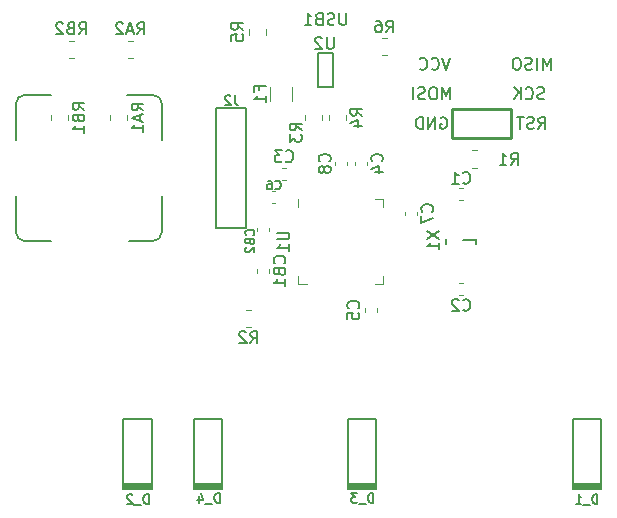
<source format=gbr>
%TF.GenerationSoftware,KiCad,Pcbnew,(5.1.9-1-g591a07d2d9)-1*%
%TF.CreationDate,2021-07-28T01:57:03-06:00*%
%TF.ProjectId,keyboard-layout,6b657962-6f61-4726-942d-6c61796f7574,rev?*%
%TF.SameCoordinates,Original*%
%TF.FileFunction,Legend,Bot*%
%TF.FilePolarity,Positive*%
%FSLAX46Y46*%
G04 Gerber Fmt 4.6, Leading zero omitted, Abs format (unit mm)*
G04 Created by KiCad (PCBNEW (5.1.9-1-g591a07d2d9)-1) date 2021-07-28 01:57:03*
%MOMM*%
%LPD*%
G01*
G04 APERTURE LIST*
%ADD10C,0.200000*%
%ADD11C,0.120000*%
%ADD12C,0.250000*%
%ADD13C,0.150000*%
G04 APERTURE END LIST*
D10*
%TO.C,D_3*%
X112175000Y-123700000D02*
X114575000Y-123700000D01*
X112175000Y-123600000D02*
X114575000Y-123600000D01*
X112175000Y-123500000D02*
X114575000Y-123500000D01*
X112175000Y-123300000D02*
X114575000Y-123300000D01*
X112175000Y-123400000D02*
X114575000Y-123400000D01*
X114575000Y-123700000D02*
X114575000Y-117800000D01*
X114575000Y-117800000D02*
X112175000Y-117800000D01*
X112175000Y-117800000D02*
X112175000Y-123700000D01*
D11*
%TO.C,C1*%
X121896267Y-98240000D02*
X121603733Y-98240000D01*
X121896267Y-99260000D02*
X121603733Y-99260000D01*
%TO.C,C2*%
X121603733Y-106240000D02*
X121896267Y-106240000D01*
X121603733Y-107260000D02*
X121896267Y-107260000D01*
%TO.C,C3*%
X106896267Y-97510000D02*
X106603733Y-97510000D01*
X106896267Y-96490000D02*
X106603733Y-96490000D01*
%TO.C,C4*%
X112740000Y-96283767D02*
X112740000Y-95991233D01*
X113760000Y-96283767D02*
X113760000Y-95991233D01*
%TO.C,C5*%
X113590000Y-108416233D02*
X113590000Y-108708767D01*
X114610000Y-108416233D02*
X114610000Y-108708767D01*
%TO.C,C6*%
X106008767Y-98490000D02*
X105716233Y-98490000D01*
X106008767Y-99510000D02*
X105716233Y-99510000D01*
%TO.C,C7*%
X118010000Y-100533767D02*
X118010000Y-100241233D01*
X116990000Y-100533767D02*
X116990000Y-100241233D01*
%TO.C,C8*%
X111045000Y-96283767D02*
X111045000Y-95991233D01*
X112065000Y-96283767D02*
X112065000Y-95991233D01*
%TO.C,CB1*%
X105510000Y-105396267D02*
X105510000Y-105103733D01*
X104490000Y-105396267D02*
X104490000Y-105103733D01*
%TO.C,CB2*%
X105510000Y-101603733D02*
X105510000Y-101896267D01*
X104490000Y-101603733D02*
X104490000Y-101896267D01*
D10*
%TO.C,D_2*%
X93137500Y-123700000D02*
X95537500Y-123700000D01*
X93137500Y-123600000D02*
X95537500Y-123600000D01*
X93137500Y-123500000D02*
X95537500Y-123500000D01*
X93137500Y-123300000D02*
X95537500Y-123300000D01*
X93137500Y-123400000D02*
X95537500Y-123400000D01*
X95537500Y-123700000D02*
X95537500Y-117800000D01*
X95537500Y-117800000D02*
X93137500Y-117800000D01*
X93137500Y-117800000D02*
X93137500Y-123700000D01*
%TO.C,D_4*%
X99137500Y-123700000D02*
X101537500Y-123700000D01*
X99137500Y-123600000D02*
X101537500Y-123600000D01*
X99137500Y-123500000D02*
X101537500Y-123500000D01*
X99137500Y-123300000D02*
X101537500Y-123300000D01*
X99137500Y-123400000D02*
X101537500Y-123400000D01*
X101537500Y-123700000D02*
X101537500Y-117800000D01*
X101537500Y-117800000D02*
X99137500Y-117800000D01*
X99137500Y-117800000D02*
X99137500Y-123700000D01*
D11*
%TO.C,F1*%
X107410000Y-90852064D02*
X107410000Y-89647936D01*
X105590000Y-90852064D02*
X105590000Y-89647936D01*
D12*
%TO.C,J1*%
X126000000Y-94000000D02*
X126000000Y-91500000D01*
X121000000Y-94000000D02*
X126000000Y-94000000D01*
X121000000Y-91500000D02*
X121000000Y-94000000D01*
X126000000Y-91500000D02*
X121000000Y-91500000D01*
D13*
%TO.C,J2*%
X100985000Y-101599500D02*
X100985000Y-91439500D01*
X103525000Y-101599500D02*
X103525000Y-91439500D01*
X103525000Y-91439500D02*
X100985000Y-91439500D01*
X100985000Y-101599500D02*
X103525000Y-101599500D01*
D11*
%TO.C,R1*%
X123127064Y-95015000D02*
X122672936Y-95015000D01*
X123127064Y-96485000D02*
X122672936Y-96485000D01*
%TO.C,R2*%
X103522936Y-108515000D02*
X103977064Y-108515000D01*
X103522936Y-109985000D02*
X103977064Y-109985000D01*
%TO.C,R3*%
X110015000Y-92477064D02*
X110015000Y-92022936D01*
X108545000Y-92477064D02*
X108545000Y-92022936D01*
%TO.C,R4*%
X112015000Y-92477064D02*
X112015000Y-92022936D01*
X110545000Y-92477064D02*
X110545000Y-92022936D01*
%TO.C,R5*%
X103765000Y-84772936D02*
X103765000Y-85227064D01*
X105235000Y-84772936D02*
X105235000Y-85227064D01*
%TO.C,R6*%
X115477064Y-86985000D02*
X115022936Y-86985000D01*
X115477064Y-85515000D02*
X115022936Y-85515000D01*
%TO.C,RA1*%
X92015000Y-92477064D02*
X92015000Y-92022936D01*
X93485000Y-92477064D02*
X93485000Y-92022936D01*
%TO.C,RA2*%
X93522936Y-85765000D02*
X93977064Y-85765000D01*
X93522936Y-87235000D02*
X93977064Y-87235000D01*
%TO.C,RB1*%
X88485000Y-92477064D02*
X88485000Y-92022936D01*
X87015000Y-92477064D02*
X87015000Y-92022936D01*
%TO.C,RB2*%
X88522936Y-85765000D02*
X88977064Y-85765000D01*
X88522936Y-87235000D02*
X88977064Y-87235000D01*
D13*
%TO.C,SW2*%
X84830000Y-90319500D02*
X87030000Y-90319500D01*
X95630000Y-90319500D02*
X93430000Y-90319500D01*
X96430000Y-91119500D02*
X96430000Y-94119500D01*
X84030000Y-91119500D02*
X84030000Y-94119500D01*
X84030000Y-98919500D02*
X84030000Y-101919500D01*
X84830000Y-102719500D02*
X87030000Y-102719500D01*
X96430000Y-98919500D02*
X96430000Y-101919500D01*
X95630000Y-102719500D02*
X93630000Y-102719500D01*
X96430000Y-101919500D02*
G75*
G02*
X95630000Y-102719500I-800000J0D01*
G01*
X84830000Y-102719500D02*
G75*
G02*
X84030000Y-101919500I0J800000D01*
G01*
X95630000Y-90319500D02*
G75*
G02*
X96430000Y-91119500I0J-800000D01*
G01*
X84030000Y-91119500D02*
G75*
G02*
X84830000Y-90319500I800000J0D01*
G01*
D11*
%TO.C,U1*%
X107945000Y-105635000D02*
X107945000Y-106360000D01*
X107945000Y-106360000D02*
X108670000Y-106360000D01*
X115165000Y-99865000D02*
X115165000Y-99140000D01*
X115165000Y-99140000D02*
X114440000Y-99140000D01*
X115165000Y-105635000D02*
X115165000Y-106360000D01*
X115165000Y-106360000D02*
X114440000Y-106360000D01*
X107945000Y-99865000D02*
X107945000Y-99140000D01*
D13*
%TO.C,U2*%
X110930000Y-89700000D02*
X109630000Y-89700000D01*
X110930000Y-86800000D02*
X110930000Y-89700000D01*
X109630000Y-86800000D02*
X110930000Y-86800000D01*
X109630000Y-86800000D02*
X109630000Y-89700000D01*
%TO.C,X1*%
X122950000Y-102650000D02*
X121950000Y-102650000D01*
X123050000Y-102550000D02*
X123050000Y-102950000D01*
X120450000Y-102550000D02*
X120450000Y-102950000D01*
D10*
%TO.C,D_1*%
X131225000Y-123700000D02*
X133625000Y-123700000D01*
X131225000Y-123600000D02*
X133625000Y-123600000D01*
X131225000Y-123500000D02*
X133625000Y-123500000D01*
X131225000Y-123300000D02*
X133625000Y-123300000D01*
X131225000Y-123400000D02*
X133625000Y-123400000D01*
X133625000Y-123700000D02*
X133625000Y-117800000D01*
X133625000Y-117800000D02*
X131225000Y-117800000D01*
X131225000Y-117800000D02*
X131225000Y-123700000D01*
%TO.C,D_3*%
D13*
X114295238Y-124861904D02*
X114295238Y-124061904D01*
X114104761Y-124061904D01*
X113990476Y-124100000D01*
X113914285Y-124176190D01*
X113876190Y-124252380D01*
X113838095Y-124404761D01*
X113838095Y-124519047D01*
X113876190Y-124671428D01*
X113914285Y-124747619D01*
X113990476Y-124823809D01*
X114104761Y-124861904D01*
X114295238Y-124861904D01*
X113685714Y-124938095D02*
X113076190Y-124938095D01*
X112961904Y-124061904D02*
X112466666Y-124061904D01*
X112733333Y-124366666D01*
X112619047Y-124366666D01*
X112542857Y-124404761D01*
X112504761Y-124442857D01*
X112466666Y-124519047D01*
X112466666Y-124709523D01*
X112504761Y-124785714D01*
X112542857Y-124823809D01*
X112619047Y-124861904D01*
X112847619Y-124861904D01*
X112923809Y-124823809D01*
X112961904Y-124785714D01*
%TO.C,C1*%
X121916666Y-97757142D02*
X121964285Y-97804761D01*
X122107142Y-97852380D01*
X122202380Y-97852380D01*
X122345238Y-97804761D01*
X122440476Y-97709523D01*
X122488095Y-97614285D01*
X122535714Y-97423809D01*
X122535714Y-97280952D01*
X122488095Y-97090476D01*
X122440476Y-96995238D01*
X122345238Y-96900000D01*
X122202380Y-96852380D01*
X122107142Y-96852380D01*
X121964285Y-96900000D01*
X121916666Y-96947619D01*
X120964285Y-97852380D02*
X121535714Y-97852380D01*
X121250000Y-97852380D02*
X121250000Y-96852380D01*
X121345238Y-96995238D01*
X121440476Y-97090476D01*
X121535714Y-97138095D01*
%TO.C,C2*%
X121916666Y-108537142D02*
X121964285Y-108584761D01*
X122107142Y-108632380D01*
X122202380Y-108632380D01*
X122345238Y-108584761D01*
X122440476Y-108489523D01*
X122488095Y-108394285D01*
X122535714Y-108203809D01*
X122535714Y-108060952D01*
X122488095Y-107870476D01*
X122440476Y-107775238D01*
X122345238Y-107680000D01*
X122202380Y-107632380D01*
X122107142Y-107632380D01*
X121964285Y-107680000D01*
X121916666Y-107727619D01*
X121535714Y-107727619D02*
X121488095Y-107680000D01*
X121392857Y-107632380D01*
X121154761Y-107632380D01*
X121059523Y-107680000D01*
X121011904Y-107727619D01*
X120964285Y-107822857D01*
X120964285Y-107918095D01*
X121011904Y-108060952D01*
X121583333Y-108632380D01*
X120964285Y-108632380D01*
%TO.C,C3*%
X106916666Y-95927142D02*
X106964285Y-95974761D01*
X107107142Y-96022380D01*
X107202380Y-96022380D01*
X107345238Y-95974761D01*
X107440476Y-95879523D01*
X107488095Y-95784285D01*
X107535714Y-95593809D01*
X107535714Y-95450952D01*
X107488095Y-95260476D01*
X107440476Y-95165238D01*
X107345238Y-95070000D01*
X107202380Y-95022380D01*
X107107142Y-95022380D01*
X106964285Y-95070000D01*
X106916666Y-95117619D01*
X106583333Y-95022380D02*
X105964285Y-95022380D01*
X106297619Y-95403333D01*
X106154761Y-95403333D01*
X106059523Y-95450952D01*
X106011904Y-95498571D01*
X105964285Y-95593809D01*
X105964285Y-95831904D01*
X106011904Y-95927142D01*
X106059523Y-95974761D01*
X106154761Y-96022380D01*
X106440476Y-96022380D01*
X106535714Y-95974761D01*
X106583333Y-95927142D01*
%TO.C,C4*%
X115037142Y-95970833D02*
X115084761Y-95923214D01*
X115132380Y-95780357D01*
X115132380Y-95685119D01*
X115084761Y-95542261D01*
X114989523Y-95447023D01*
X114894285Y-95399404D01*
X114703809Y-95351785D01*
X114560952Y-95351785D01*
X114370476Y-95399404D01*
X114275238Y-95447023D01*
X114180000Y-95542261D01*
X114132380Y-95685119D01*
X114132380Y-95780357D01*
X114180000Y-95923214D01*
X114227619Y-95970833D01*
X114465714Y-96827976D02*
X115132380Y-96827976D01*
X114084761Y-96589880D02*
X114799047Y-96351785D01*
X114799047Y-96970833D01*
%TO.C,C5*%
X113027142Y-108395833D02*
X113074761Y-108348214D01*
X113122380Y-108205357D01*
X113122380Y-108110119D01*
X113074761Y-107967261D01*
X112979523Y-107872023D01*
X112884285Y-107824404D01*
X112693809Y-107776785D01*
X112550952Y-107776785D01*
X112360476Y-107824404D01*
X112265238Y-107872023D01*
X112170000Y-107967261D01*
X112122380Y-108110119D01*
X112122380Y-108205357D01*
X112170000Y-108348214D01*
X112217619Y-108395833D01*
X112122380Y-109300595D02*
X112122380Y-108824404D01*
X112598571Y-108776785D01*
X112550952Y-108824404D01*
X112503333Y-108919642D01*
X112503333Y-109157738D01*
X112550952Y-109252976D01*
X112598571Y-109300595D01*
X112693809Y-109348214D01*
X112931904Y-109348214D01*
X113027142Y-109300595D01*
X113074761Y-109252976D01*
X113122380Y-109157738D01*
X113122380Y-108919642D01*
X113074761Y-108824404D01*
X113027142Y-108776785D01*
%TO.C,C6*%
X106025000Y-98267857D02*
X106060714Y-98303571D01*
X106167857Y-98339285D01*
X106239285Y-98339285D01*
X106346428Y-98303571D01*
X106417857Y-98232142D01*
X106453571Y-98160714D01*
X106489285Y-98017857D01*
X106489285Y-97910714D01*
X106453571Y-97767857D01*
X106417857Y-97696428D01*
X106346428Y-97625000D01*
X106239285Y-97589285D01*
X106167857Y-97589285D01*
X106060714Y-97625000D01*
X106025000Y-97660714D01*
X105382142Y-97589285D02*
X105525000Y-97589285D01*
X105596428Y-97625000D01*
X105632142Y-97660714D01*
X105703571Y-97767857D01*
X105739285Y-97910714D01*
X105739285Y-98196428D01*
X105703571Y-98267857D01*
X105667857Y-98303571D01*
X105596428Y-98339285D01*
X105453571Y-98339285D01*
X105382142Y-98303571D01*
X105346428Y-98267857D01*
X105310714Y-98196428D01*
X105310714Y-98017857D01*
X105346428Y-97946428D01*
X105382142Y-97910714D01*
X105453571Y-97875000D01*
X105596428Y-97875000D01*
X105667857Y-97910714D01*
X105703571Y-97946428D01*
X105739285Y-98017857D01*
%TO.C,C7*%
X119287142Y-100220833D02*
X119334761Y-100173214D01*
X119382380Y-100030357D01*
X119382380Y-99935119D01*
X119334761Y-99792261D01*
X119239523Y-99697023D01*
X119144285Y-99649404D01*
X118953809Y-99601785D01*
X118810952Y-99601785D01*
X118620476Y-99649404D01*
X118525238Y-99697023D01*
X118430000Y-99792261D01*
X118382380Y-99935119D01*
X118382380Y-100030357D01*
X118430000Y-100173214D01*
X118477619Y-100220833D01*
X118382380Y-100554166D02*
X118382380Y-101220833D01*
X119382380Y-100792261D01*
%TO.C,C8*%
X110607142Y-95970833D02*
X110654761Y-95923214D01*
X110702380Y-95780357D01*
X110702380Y-95685119D01*
X110654761Y-95542261D01*
X110559523Y-95447023D01*
X110464285Y-95399404D01*
X110273809Y-95351785D01*
X110130952Y-95351785D01*
X109940476Y-95399404D01*
X109845238Y-95447023D01*
X109750000Y-95542261D01*
X109702380Y-95685119D01*
X109702380Y-95780357D01*
X109750000Y-95923214D01*
X109797619Y-95970833D01*
X110130952Y-96542261D02*
X110083333Y-96447023D01*
X110035714Y-96399404D01*
X109940476Y-96351785D01*
X109892857Y-96351785D01*
X109797619Y-96399404D01*
X109750000Y-96447023D01*
X109702380Y-96542261D01*
X109702380Y-96732738D01*
X109750000Y-96827976D01*
X109797619Y-96875595D01*
X109892857Y-96923214D01*
X109940476Y-96923214D01*
X110035714Y-96875595D01*
X110083333Y-96827976D01*
X110130952Y-96732738D01*
X110130952Y-96542261D01*
X110178571Y-96447023D01*
X110226190Y-96399404D01*
X110321428Y-96351785D01*
X110511904Y-96351785D01*
X110607142Y-96399404D01*
X110654761Y-96447023D01*
X110702380Y-96542261D01*
X110702380Y-96732738D01*
X110654761Y-96827976D01*
X110607142Y-96875595D01*
X110511904Y-96923214D01*
X110321428Y-96923214D01*
X110226190Y-96875595D01*
X110178571Y-96827976D01*
X110130952Y-96732738D01*
%TO.C,CB1*%
X106787142Y-104583333D02*
X106834761Y-104535714D01*
X106882380Y-104392857D01*
X106882380Y-104297619D01*
X106834761Y-104154761D01*
X106739523Y-104059523D01*
X106644285Y-104011904D01*
X106453809Y-103964285D01*
X106310952Y-103964285D01*
X106120476Y-104011904D01*
X106025238Y-104059523D01*
X105930000Y-104154761D01*
X105882380Y-104297619D01*
X105882380Y-104392857D01*
X105930000Y-104535714D01*
X105977619Y-104583333D01*
X106358571Y-105345238D02*
X106406190Y-105488095D01*
X106453809Y-105535714D01*
X106549047Y-105583333D01*
X106691904Y-105583333D01*
X106787142Y-105535714D01*
X106834761Y-105488095D01*
X106882380Y-105392857D01*
X106882380Y-105011904D01*
X105882380Y-105011904D01*
X105882380Y-105345238D01*
X105930000Y-105440476D01*
X105977619Y-105488095D01*
X106072857Y-105535714D01*
X106168095Y-105535714D01*
X106263333Y-105488095D01*
X106310952Y-105440476D01*
X106358571Y-105345238D01*
X106358571Y-105011904D01*
X106882380Y-106535714D02*
X106882380Y-105964285D01*
X106882380Y-106250000D02*
X105882380Y-106250000D01*
X106025238Y-106154761D01*
X106120476Y-106059523D01*
X106168095Y-105964285D01*
%TO.C,CB2*%
X104167857Y-102200000D02*
X104203571Y-102164285D01*
X104239285Y-102057142D01*
X104239285Y-101985714D01*
X104203571Y-101878571D01*
X104132142Y-101807142D01*
X104060714Y-101771428D01*
X103917857Y-101735714D01*
X103810714Y-101735714D01*
X103667857Y-101771428D01*
X103596428Y-101807142D01*
X103525000Y-101878571D01*
X103489285Y-101985714D01*
X103489285Y-102057142D01*
X103525000Y-102164285D01*
X103560714Y-102200000D01*
X103846428Y-102771428D02*
X103882142Y-102878571D01*
X103917857Y-102914285D01*
X103989285Y-102950000D01*
X104096428Y-102950000D01*
X104167857Y-102914285D01*
X104203571Y-102878571D01*
X104239285Y-102807142D01*
X104239285Y-102521428D01*
X103489285Y-102521428D01*
X103489285Y-102771428D01*
X103525000Y-102842857D01*
X103560714Y-102878571D01*
X103632142Y-102914285D01*
X103703571Y-102914285D01*
X103775000Y-102878571D01*
X103810714Y-102842857D01*
X103846428Y-102771428D01*
X103846428Y-102521428D01*
X103560714Y-103235714D02*
X103525000Y-103271428D01*
X103489285Y-103342857D01*
X103489285Y-103521428D01*
X103525000Y-103592857D01*
X103560714Y-103628571D01*
X103632142Y-103664285D01*
X103703571Y-103664285D01*
X103810714Y-103628571D01*
X104239285Y-103200000D01*
X104239285Y-103664285D01*
%TO.C,D_2*%
X95295238Y-124961904D02*
X95295238Y-124161904D01*
X95104761Y-124161904D01*
X94990476Y-124200000D01*
X94914285Y-124276190D01*
X94876190Y-124352380D01*
X94838095Y-124504761D01*
X94838095Y-124619047D01*
X94876190Y-124771428D01*
X94914285Y-124847619D01*
X94990476Y-124923809D01*
X95104761Y-124961904D01*
X95295238Y-124961904D01*
X94685714Y-125038095D02*
X94076190Y-125038095D01*
X93923809Y-124238095D02*
X93885714Y-124200000D01*
X93809523Y-124161904D01*
X93619047Y-124161904D01*
X93542857Y-124200000D01*
X93504761Y-124238095D01*
X93466666Y-124314285D01*
X93466666Y-124390476D01*
X93504761Y-124504761D01*
X93961904Y-124961904D01*
X93466666Y-124961904D01*
%TO.C,D_4*%
X101295238Y-124861904D02*
X101295238Y-124061904D01*
X101104761Y-124061904D01*
X100990476Y-124100000D01*
X100914285Y-124176190D01*
X100876190Y-124252380D01*
X100838095Y-124404761D01*
X100838095Y-124519047D01*
X100876190Y-124671428D01*
X100914285Y-124747619D01*
X100990476Y-124823809D01*
X101104761Y-124861904D01*
X101295238Y-124861904D01*
X100685714Y-124938095D02*
X100076190Y-124938095D01*
X99542857Y-124328571D02*
X99542857Y-124861904D01*
X99733333Y-124023809D02*
X99923809Y-124595238D01*
X99428571Y-124595238D01*
%TO.C,F1*%
X104678571Y-89916666D02*
X104678571Y-89583333D01*
X105202380Y-89583333D02*
X104202380Y-89583333D01*
X104202380Y-90059523D01*
X105202380Y-90964285D02*
X105202380Y-90392857D01*
X105202380Y-90678571D02*
X104202380Y-90678571D01*
X104345238Y-90583333D01*
X104440476Y-90488095D01*
X104488095Y-90392857D01*
%TO.C,J1*%
X120011904Y-92250000D02*
X120107142Y-92202380D01*
X120250000Y-92202380D01*
X120392857Y-92250000D01*
X120488095Y-92345238D01*
X120535714Y-92440476D01*
X120583333Y-92630952D01*
X120583333Y-92773809D01*
X120535714Y-92964285D01*
X120488095Y-93059523D01*
X120392857Y-93154761D01*
X120250000Y-93202380D01*
X120154761Y-93202380D01*
X120011904Y-93154761D01*
X119964285Y-93107142D01*
X119964285Y-92773809D01*
X120154761Y-92773809D01*
X119535714Y-93202380D02*
X119535714Y-92202380D01*
X118964285Y-93202380D01*
X118964285Y-92202380D01*
X118488095Y-93202380D02*
X118488095Y-92202380D01*
X118250000Y-92202380D01*
X118107142Y-92250000D01*
X118011904Y-92345238D01*
X117964285Y-92440476D01*
X117916666Y-92630952D01*
X117916666Y-92773809D01*
X117964285Y-92964285D01*
X118011904Y-93059523D01*
X118107142Y-93154761D01*
X118250000Y-93202380D01*
X118488095Y-93202380D01*
X128297619Y-93202380D02*
X128630952Y-92726190D01*
X128869047Y-93202380D02*
X128869047Y-92202380D01*
X128488095Y-92202380D01*
X128392857Y-92250000D01*
X128345238Y-92297619D01*
X128297619Y-92392857D01*
X128297619Y-92535714D01*
X128345238Y-92630952D01*
X128392857Y-92678571D01*
X128488095Y-92726190D01*
X128869047Y-92726190D01*
X127916666Y-93154761D02*
X127773809Y-93202380D01*
X127535714Y-93202380D01*
X127440476Y-93154761D01*
X127392857Y-93107142D01*
X127345238Y-93011904D01*
X127345238Y-92916666D01*
X127392857Y-92821428D01*
X127440476Y-92773809D01*
X127535714Y-92726190D01*
X127726190Y-92678571D01*
X127821428Y-92630952D01*
X127869047Y-92583333D01*
X127916666Y-92488095D01*
X127916666Y-92392857D01*
X127869047Y-92297619D01*
X127821428Y-92250000D01*
X127726190Y-92202380D01*
X127488095Y-92202380D01*
X127345238Y-92250000D01*
X127059523Y-92202380D02*
X126488095Y-92202380D01*
X126773809Y-93202380D02*
X126773809Y-92202380D01*
X120821428Y-90702380D02*
X120821428Y-89702380D01*
X120488095Y-90416666D01*
X120154761Y-89702380D01*
X120154761Y-90702380D01*
X119488095Y-89702380D02*
X119297619Y-89702380D01*
X119202380Y-89750000D01*
X119107142Y-89845238D01*
X119059523Y-90035714D01*
X119059523Y-90369047D01*
X119107142Y-90559523D01*
X119202380Y-90654761D01*
X119297619Y-90702380D01*
X119488095Y-90702380D01*
X119583333Y-90654761D01*
X119678571Y-90559523D01*
X119726190Y-90369047D01*
X119726190Y-90035714D01*
X119678571Y-89845238D01*
X119583333Y-89750000D01*
X119488095Y-89702380D01*
X118678571Y-90654761D02*
X118535714Y-90702380D01*
X118297619Y-90702380D01*
X118202380Y-90654761D01*
X118154761Y-90607142D01*
X118107142Y-90511904D01*
X118107142Y-90416666D01*
X118154761Y-90321428D01*
X118202380Y-90273809D01*
X118297619Y-90226190D01*
X118488095Y-90178571D01*
X118583333Y-90130952D01*
X118630952Y-90083333D01*
X118678571Y-89988095D01*
X118678571Y-89892857D01*
X118630952Y-89797619D01*
X118583333Y-89750000D01*
X118488095Y-89702380D01*
X118250000Y-89702380D01*
X118107142Y-89750000D01*
X117678571Y-90702380D02*
X117678571Y-89702380D01*
X128785714Y-90654761D02*
X128642857Y-90702380D01*
X128404761Y-90702380D01*
X128309523Y-90654761D01*
X128261904Y-90607142D01*
X128214285Y-90511904D01*
X128214285Y-90416666D01*
X128261904Y-90321428D01*
X128309523Y-90273809D01*
X128404761Y-90226190D01*
X128595238Y-90178571D01*
X128690476Y-90130952D01*
X128738095Y-90083333D01*
X128785714Y-89988095D01*
X128785714Y-89892857D01*
X128738095Y-89797619D01*
X128690476Y-89750000D01*
X128595238Y-89702380D01*
X128357142Y-89702380D01*
X128214285Y-89750000D01*
X127214285Y-90607142D02*
X127261904Y-90654761D01*
X127404761Y-90702380D01*
X127500000Y-90702380D01*
X127642857Y-90654761D01*
X127738095Y-90559523D01*
X127785714Y-90464285D01*
X127833333Y-90273809D01*
X127833333Y-90130952D01*
X127785714Y-89940476D01*
X127738095Y-89845238D01*
X127642857Y-89750000D01*
X127500000Y-89702380D01*
X127404761Y-89702380D01*
X127261904Y-89750000D01*
X127214285Y-89797619D01*
X126785714Y-90702380D02*
X126785714Y-89702380D01*
X126214285Y-90702380D02*
X126642857Y-90130952D01*
X126214285Y-89702380D02*
X126785714Y-90273809D01*
X120833333Y-87202380D02*
X120500000Y-88202380D01*
X120166666Y-87202380D01*
X119261904Y-88107142D02*
X119309523Y-88154761D01*
X119452380Y-88202380D01*
X119547619Y-88202380D01*
X119690476Y-88154761D01*
X119785714Y-88059523D01*
X119833333Y-87964285D01*
X119880952Y-87773809D01*
X119880952Y-87630952D01*
X119833333Y-87440476D01*
X119785714Y-87345238D01*
X119690476Y-87250000D01*
X119547619Y-87202380D01*
X119452380Y-87202380D01*
X119309523Y-87250000D01*
X119261904Y-87297619D01*
X118261904Y-88107142D02*
X118309523Y-88154761D01*
X118452380Y-88202380D01*
X118547619Y-88202380D01*
X118690476Y-88154761D01*
X118785714Y-88059523D01*
X118833333Y-87964285D01*
X118880952Y-87773809D01*
X118880952Y-87630952D01*
X118833333Y-87440476D01*
X118785714Y-87345238D01*
X118690476Y-87250000D01*
X118547619Y-87202380D01*
X118452380Y-87202380D01*
X118309523Y-87250000D01*
X118261904Y-87297619D01*
X129321428Y-88202380D02*
X129321428Y-87202380D01*
X128988095Y-87916666D01*
X128654761Y-87202380D01*
X128654761Y-88202380D01*
X128178571Y-88202380D02*
X128178571Y-87202380D01*
X127750000Y-88154761D02*
X127607142Y-88202380D01*
X127369047Y-88202380D01*
X127273809Y-88154761D01*
X127226190Y-88107142D01*
X127178571Y-88011904D01*
X127178571Y-87916666D01*
X127226190Y-87821428D01*
X127273809Y-87773809D01*
X127369047Y-87726190D01*
X127559523Y-87678571D01*
X127654761Y-87630952D01*
X127702380Y-87583333D01*
X127750000Y-87488095D01*
X127750000Y-87392857D01*
X127702380Y-87297619D01*
X127654761Y-87250000D01*
X127559523Y-87202380D01*
X127321428Y-87202380D01*
X127178571Y-87250000D01*
X126559523Y-87202380D02*
X126369047Y-87202380D01*
X126273809Y-87250000D01*
X126178571Y-87345238D01*
X126130952Y-87535714D01*
X126130952Y-87869047D01*
X126178571Y-88059523D01*
X126273809Y-88154761D01*
X126369047Y-88202380D01*
X126559523Y-88202380D01*
X126654761Y-88154761D01*
X126750000Y-88059523D01*
X126797619Y-87869047D01*
X126797619Y-87535714D01*
X126750000Y-87345238D01*
X126654761Y-87250000D01*
X126559523Y-87202380D01*
%TO.C,J2*%
X102570933Y-90354895D02*
X102570933Y-90935466D01*
X102609638Y-91051580D01*
X102687047Y-91128990D01*
X102803161Y-91167695D01*
X102880571Y-91167695D01*
X102222590Y-90432304D02*
X102183885Y-90393600D01*
X102106476Y-90354895D01*
X101912952Y-90354895D01*
X101835542Y-90393600D01*
X101796838Y-90432304D01*
X101758133Y-90509714D01*
X101758133Y-90587123D01*
X101796838Y-90703238D01*
X102261295Y-91167695D01*
X101758133Y-91167695D01*
%TO.C,R1*%
X125966666Y-96252380D02*
X126300000Y-95776190D01*
X126538095Y-96252380D02*
X126538095Y-95252380D01*
X126157142Y-95252380D01*
X126061904Y-95300000D01*
X126014285Y-95347619D01*
X125966666Y-95442857D01*
X125966666Y-95585714D01*
X126014285Y-95680952D01*
X126061904Y-95728571D01*
X126157142Y-95776190D01*
X126538095Y-95776190D01*
X125014285Y-96252380D02*
X125585714Y-96252380D01*
X125300000Y-96252380D02*
X125300000Y-95252380D01*
X125395238Y-95395238D01*
X125490476Y-95490476D01*
X125585714Y-95538095D01*
%TO.C,R2*%
X103916666Y-111352380D02*
X104250000Y-110876190D01*
X104488095Y-111352380D02*
X104488095Y-110352380D01*
X104107142Y-110352380D01*
X104011904Y-110400000D01*
X103964285Y-110447619D01*
X103916666Y-110542857D01*
X103916666Y-110685714D01*
X103964285Y-110780952D01*
X104011904Y-110828571D01*
X104107142Y-110876190D01*
X104488095Y-110876190D01*
X103535714Y-110447619D02*
X103488095Y-110400000D01*
X103392857Y-110352380D01*
X103154761Y-110352380D01*
X103059523Y-110400000D01*
X103011904Y-110447619D01*
X102964285Y-110542857D01*
X102964285Y-110638095D01*
X103011904Y-110780952D01*
X103583333Y-111352380D01*
X102964285Y-111352380D01*
%TO.C,R3*%
X108252380Y-93333333D02*
X107776190Y-93000000D01*
X108252380Y-92761904D02*
X107252380Y-92761904D01*
X107252380Y-93142857D01*
X107300000Y-93238095D01*
X107347619Y-93285714D01*
X107442857Y-93333333D01*
X107585714Y-93333333D01*
X107680952Y-93285714D01*
X107728571Y-93238095D01*
X107776190Y-93142857D01*
X107776190Y-92761904D01*
X107252380Y-93666666D02*
X107252380Y-94285714D01*
X107633333Y-93952380D01*
X107633333Y-94095238D01*
X107680952Y-94190476D01*
X107728571Y-94238095D01*
X107823809Y-94285714D01*
X108061904Y-94285714D01*
X108157142Y-94238095D01*
X108204761Y-94190476D01*
X108252380Y-94095238D01*
X108252380Y-93809523D01*
X108204761Y-93714285D01*
X108157142Y-93666666D01*
%TO.C,R4*%
X113382380Y-92083333D02*
X112906190Y-91750000D01*
X113382380Y-91511904D02*
X112382380Y-91511904D01*
X112382380Y-91892857D01*
X112430000Y-91988095D01*
X112477619Y-92035714D01*
X112572857Y-92083333D01*
X112715714Y-92083333D01*
X112810952Y-92035714D01*
X112858571Y-91988095D01*
X112906190Y-91892857D01*
X112906190Y-91511904D01*
X112715714Y-92940476D02*
X113382380Y-92940476D01*
X112334761Y-92702380D02*
X113049047Y-92464285D01*
X113049047Y-93083333D01*
%TO.C,R5*%
X103302380Y-84833333D02*
X102826190Y-84500000D01*
X103302380Y-84261904D02*
X102302380Y-84261904D01*
X102302380Y-84642857D01*
X102350000Y-84738095D01*
X102397619Y-84785714D01*
X102492857Y-84833333D01*
X102635714Y-84833333D01*
X102730952Y-84785714D01*
X102778571Y-84738095D01*
X102826190Y-84642857D01*
X102826190Y-84261904D01*
X102302380Y-85738095D02*
X102302380Y-85261904D01*
X102778571Y-85214285D01*
X102730952Y-85261904D01*
X102683333Y-85357142D01*
X102683333Y-85595238D01*
X102730952Y-85690476D01*
X102778571Y-85738095D01*
X102873809Y-85785714D01*
X103111904Y-85785714D01*
X103207142Y-85738095D01*
X103254761Y-85690476D01*
X103302380Y-85595238D01*
X103302380Y-85357142D01*
X103254761Y-85261904D01*
X103207142Y-85214285D01*
%TO.C,R6*%
X115416666Y-85052380D02*
X115750000Y-84576190D01*
X115988095Y-85052380D02*
X115988095Y-84052380D01*
X115607142Y-84052380D01*
X115511904Y-84100000D01*
X115464285Y-84147619D01*
X115416666Y-84242857D01*
X115416666Y-84385714D01*
X115464285Y-84480952D01*
X115511904Y-84528571D01*
X115607142Y-84576190D01*
X115988095Y-84576190D01*
X114559523Y-84052380D02*
X114750000Y-84052380D01*
X114845238Y-84100000D01*
X114892857Y-84147619D01*
X114988095Y-84290476D01*
X115035714Y-84480952D01*
X115035714Y-84861904D01*
X114988095Y-84957142D01*
X114940476Y-85004761D01*
X114845238Y-85052380D01*
X114654761Y-85052380D01*
X114559523Y-85004761D01*
X114511904Y-84957142D01*
X114464285Y-84861904D01*
X114464285Y-84623809D01*
X114511904Y-84528571D01*
X114559523Y-84480952D01*
X114654761Y-84433333D01*
X114845238Y-84433333D01*
X114940476Y-84480952D01*
X114988095Y-84528571D01*
X115035714Y-84623809D01*
%TO.C,RA1*%
X94852380Y-91654761D02*
X94376190Y-91321428D01*
X94852380Y-91083333D02*
X93852380Y-91083333D01*
X93852380Y-91464285D01*
X93900000Y-91559523D01*
X93947619Y-91607142D01*
X94042857Y-91654761D01*
X94185714Y-91654761D01*
X94280952Y-91607142D01*
X94328571Y-91559523D01*
X94376190Y-91464285D01*
X94376190Y-91083333D01*
X94566666Y-92035714D02*
X94566666Y-92511904D01*
X94852380Y-91940476D02*
X93852380Y-92273809D01*
X94852380Y-92607142D01*
X94852380Y-93464285D02*
X94852380Y-92892857D01*
X94852380Y-93178571D02*
X93852380Y-93178571D01*
X93995238Y-93083333D01*
X94090476Y-92988095D01*
X94138095Y-92892857D01*
%TO.C,RA2*%
X94345238Y-85202380D02*
X94678571Y-84726190D01*
X94916666Y-85202380D02*
X94916666Y-84202380D01*
X94535714Y-84202380D01*
X94440476Y-84250000D01*
X94392857Y-84297619D01*
X94345238Y-84392857D01*
X94345238Y-84535714D01*
X94392857Y-84630952D01*
X94440476Y-84678571D01*
X94535714Y-84726190D01*
X94916666Y-84726190D01*
X93964285Y-84916666D02*
X93488095Y-84916666D01*
X94059523Y-85202380D02*
X93726190Y-84202380D01*
X93392857Y-85202380D01*
X93107142Y-84297619D02*
X93059523Y-84250000D01*
X92964285Y-84202380D01*
X92726190Y-84202380D01*
X92630952Y-84250000D01*
X92583333Y-84297619D01*
X92535714Y-84392857D01*
X92535714Y-84488095D01*
X92583333Y-84630952D01*
X93154761Y-85202380D01*
X92535714Y-85202380D01*
%TO.C,RB1*%
X89852380Y-91583333D02*
X89376190Y-91250000D01*
X89852380Y-91011904D02*
X88852380Y-91011904D01*
X88852380Y-91392857D01*
X88900000Y-91488095D01*
X88947619Y-91535714D01*
X89042857Y-91583333D01*
X89185714Y-91583333D01*
X89280952Y-91535714D01*
X89328571Y-91488095D01*
X89376190Y-91392857D01*
X89376190Y-91011904D01*
X89328571Y-92345238D02*
X89376190Y-92488095D01*
X89423809Y-92535714D01*
X89519047Y-92583333D01*
X89661904Y-92583333D01*
X89757142Y-92535714D01*
X89804761Y-92488095D01*
X89852380Y-92392857D01*
X89852380Y-92011904D01*
X88852380Y-92011904D01*
X88852380Y-92345238D01*
X88900000Y-92440476D01*
X88947619Y-92488095D01*
X89042857Y-92535714D01*
X89138095Y-92535714D01*
X89233333Y-92488095D01*
X89280952Y-92440476D01*
X89328571Y-92345238D01*
X89328571Y-92011904D01*
X89852380Y-93535714D02*
X89852380Y-92964285D01*
X89852380Y-93250000D02*
X88852380Y-93250000D01*
X88995238Y-93154761D01*
X89090476Y-93059523D01*
X89138095Y-92964285D01*
%TO.C,RB2*%
X89416666Y-85202380D02*
X89750000Y-84726190D01*
X89988095Y-85202380D02*
X89988095Y-84202380D01*
X89607142Y-84202380D01*
X89511904Y-84250000D01*
X89464285Y-84297619D01*
X89416666Y-84392857D01*
X89416666Y-84535714D01*
X89464285Y-84630952D01*
X89511904Y-84678571D01*
X89607142Y-84726190D01*
X89988095Y-84726190D01*
X88654761Y-84678571D02*
X88511904Y-84726190D01*
X88464285Y-84773809D01*
X88416666Y-84869047D01*
X88416666Y-85011904D01*
X88464285Y-85107142D01*
X88511904Y-85154761D01*
X88607142Y-85202380D01*
X88988095Y-85202380D01*
X88988095Y-84202380D01*
X88654761Y-84202380D01*
X88559523Y-84250000D01*
X88511904Y-84297619D01*
X88464285Y-84392857D01*
X88464285Y-84488095D01*
X88511904Y-84583333D01*
X88559523Y-84630952D01*
X88654761Y-84678571D01*
X88988095Y-84678571D01*
X88035714Y-84297619D02*
X87988095Y-84250000D01*
X87892857Y-84202380D01*
X87654761Y-84202380D01*
X87559523Y-84250000D01*
X87511904Y-84297619D01*
X87464285Y-84392857D01*
X87464285Y-84488095D01*
X87511904Y-84630952D01*
X88083333Y-85202380D01*
X87464285Y-85202380D01*
%TO.C,U1*%
X106187380Y-101988095D02*
X106996904Y-101988095D01*
X107092142Y-102035714D01*
X107139761Y-102083333D01*
X107187380Y-102178571D01*
X107187380Y-102369047D01*
X107139761Y-102464285D01*
X107092142Y-102511904D01*
X106996904Y-102559523D01*
X106187380Y-102559523D01*
X107187380Y-103559523D02*
X107187380Y-102988095D01*
X107187380Y-103273809D02*
X106187380Y-103273809D01*
X106330238Y-103178571D01*
X106425476Y-103083333D01*
X106473095Y-102988095D01*
%TO.C,U2*%
X110961904Y-85452380D02*
X110961904Y-86261904D01*
X110914285Y-86357142D01*
X110866666Y-86404761D01*
X110771428Y-86452380D01*
X110580952Y-86452380D01*
X110485714Y-86404761D01*
X110438095Y-86357142D01*
X110390476Y-86261904D01*
X110390476Y-85452380D01*
X109961904Y-85547619D02*
X109914285Y-85500000D01*
X109819047Y-85452380D01*
X109580952Y-85452380D01*
X109485714Y-85500000D01*
X109438095Y-85547619D01*
X109390476Y-85642857D01*
X109390476Y-85738095D01*
X109438095Y-85880952D01*
X110009523Y-86452380D01*
X109390476Y-86452380D01*
%TO.C,USB1*%
X112018095Y-83402380D02*
X112018095Y-84211904D01*
X111970476Y-84307142D01*
X111922857Y-84354761D01*
X111827619Y-84402380D01*
X111637142Y-84402380D01*
X111541904Y-84354761D01*
X111494285Y-84307142D01*
X111446666Y-84211904D01*
X111446666Y-83402380D01*
X111018095Y-84354761D02*
X110875238Y-84402380D01*
X110637142Y-84402380D01*
X110541904Y-84354761D01*
X110494285Y-84307142D01*
X110446666Y-84211904D01*
X110446666Y-84116666D01*
X110494285Y-84021428D01*
X110541904Y-83973809D01*
X110637142Y-83926190D01*
X110827619Y-83878571D01*
X110922857Y-83830952D01*
X110970476Y-83783333D01*
X111018095Y-83688095D01*
X111018095Y-83592857D01*
X110970476Y-83497619D01*
X110922857Y-83450000D01*
X110827619Y-83402380D01*
X110589523Y-83402380D01*
X110446666Y-83450000D01*
X109684761Y-83878571D02*
X109541904Y-83926190D01*
X109494285Y-83973809D01*
X109446666Y-84069047D01*
X109446666Y-84211904D01*
X109494285Y-84307142D01*
X109541904Y-84354761D01*
X109637142Y-84402380D01*
X110018095Y-84402380D01*
X110018095Y-83402380D01*
X109684761Y-83402380D01*
X109589523Y-83450000D01*
X109541904Y-83497619D01*
X109494285Y-83592857D01*
X109494285Y-83688095D01*
X109541904Y-83783333D01*
X109589523Y-83830952D01*
X109684761Y-83878571D01*
X110018095Y-83878571D01*
X108494285Y-84402380D02*
X109065714Y-84402380D01*
X108780000Y-84402380D02*
X108780000Y-83402380D01*
X108875238Y-83545238D01*
X108970476Y-83640476D01*
X109065714Y-83688095D01*
%TO.C,X1*%
X118902380Y-101840476D02*
X119902380Y-102507142D01*
X118902380Y-102507142D02*
X119902380Y-101840476D01*
X119902380Y-103411904D02*
X119902380Y-102840476D01*
X119902380Y-103126190D02*
X118902380Y-103126190D01*
X119045238Y-103030952D01*
X119140476Y-102935714D01*
X119188095Y-102840476D01*
%TO.C,D_1*%
X133295238Y-124961904D02*
X133295238Y-124161904D01*
X133104761Y-124161904D01*
X132990476Y-124200000D01*
X132914285Y-124276190D01*
X132876190Y-124352380D01*
X132838095Y-124504761D01*
X132838095Y-124619047D01*
X132876190Y-124771428D01*
X132914285Y-124847619D01*
X132990476Y-124923809D01*
X133104761Y-124961904D01*
X133295238Y-124961904D01*
X132685714Y-125038095D02*
X132076190Y-125038095D01*
X131466666Y-124961904D02*
X131923809Y-124961904D01*
X131695238Y-124961904D02*
X131695238Y-124161904D01*
X131771428Y-124276190D01*
X131847619Y-124352380D01*
X131923809Y-124390476D01*
%TD*%
M02*

</source>
